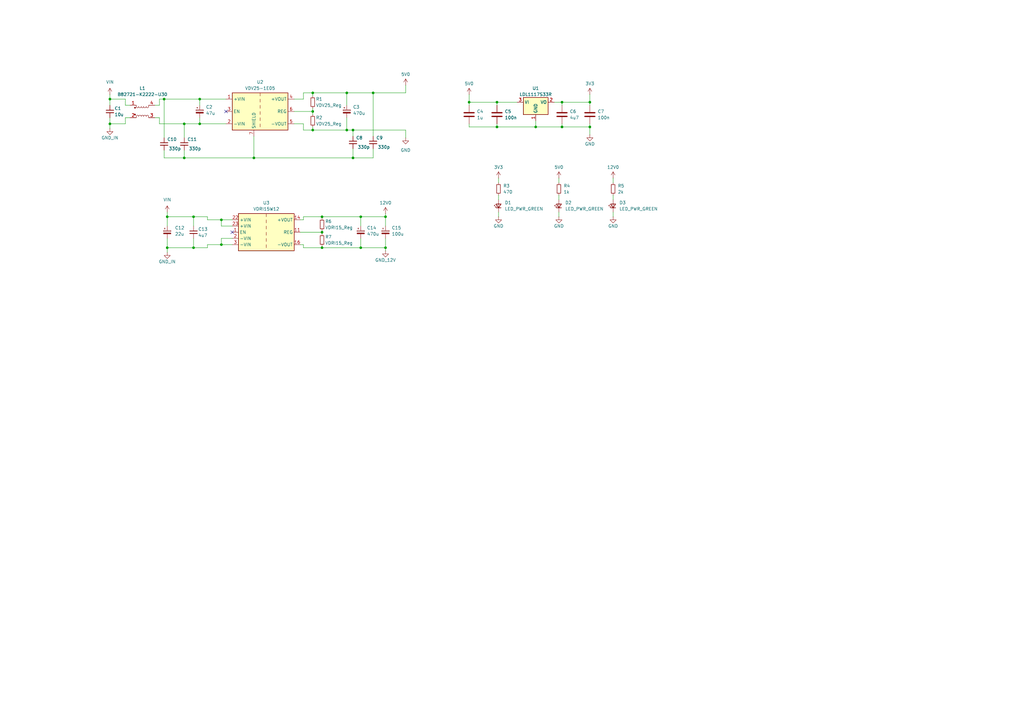
<source format=kicad_sch>
(kicad_sch (version 20231120) (generator "eeschema") (generator_version "8.0")
  (paper "A3")
  (lib_symbols
    (symbol "Device:C" (pin_numbers hide) (pin_names (offset 0.254))
      (property "Reference" "C" (at 0.635 2.54 0))
      (property "Value" "C" (at 0.635 -2.54 0))
      (symbol "C_0_1"
        (polyline (pts (xy -2.032 -0.762) (xy 2.032 -0.762)) (stroke (width 0.508)))
        (polyline (pts (xy -2.032 0.762) (xy 2.032 0.762)) (stroke (width 0.508)))
      )
      (symbol "C_1_1"
        (pin passive line (at 0 3.81 270) (length 2.794) (name "~") (number "1"))
        (pin passive line (at 0 -3.81 90) (length 2.794) (name "~") (number "2"))
      )
    )
    (symbol "Device:C_Polarized_Small" (pin_numbers hide) (pin_names (offset 0.254) hide)
      (property "Reference" "C" (at 0.254 1.778 0))
      (property "Value" "C_Polarized_Small" (at 0.254 -2.032 0))
      (symbol "C_Polarized_Small_0_1"
        (rectangle (start -1.524 -0.3048) (end 1.524 -0.6858) (fill (type outline)))
        (rectangle (start -1.524 0.6858) (end 1.524 0.3048))
        (polyline (pts (xy -1.27 1.524) (xy -0.762 1.524)))
        (polyline (pts (xy -1.016 1.27) (xy -1.016 1.778)))
      )
      (symbol "C_Polarized_Small_1_1"
        (pin passive line (at 0 2.54 270) (length 1.8542) (name "~") (number "1"))
        (pin passive line (at 0 -2.54 90) (length 1.8542) (name "~") (number "2"))
      )
    )
    (symbol "Device:C_Small" (pin_numbers hide) (pin_names (offset 0.254) hide)
      (property "Reference" "C" (at 0.254 1.778 0))
      (property "Value" "C_Small" (at 0.254 -2.032 0))
      (symbol "C_Small_0_1"
        (polyline (pts (xy -1.524 -0.508) (xy 1.524 -0.508)) (stroke (width 0.3302)))
        (polyline (pts (xy -1.524 0.508) (xy 1.524 0.508)) (stroke (width 0.3048)))
      )
      (symbol "C_Small_1_1"
        (pin passive line (at 0 2.54 270) (length 2.032) (name "~") (number "1"))
        (pin passive line (at 0 -2.54 90) (length 2.032) (name "~") (number "2"))
      )
    )
    (symbol "Device:LED_Small" (pin_numbers hide) (pin_names (offset 0.254) hide)
      (property "Reference" "D" (at -1.27 3.175 0))
      (property "Value" "LED_Small" (at -4.445 -2.54 0))
      (symbol "LED_Small_0_1"
        (polyline (pts (xy -0.762 -1.016) (xy -0.762 1.016)) (stroke (width 0.254)))
        (polyline (pts (xy 1.016 0) (xy -0.762 0)))
        (polyline (pts (xy 0.762 -1.016) (xy -0.762 0) (xy 0.762 1.016) (xy 0.762 -1.016)) (stroke (width 0.254)))
        (polyline (pts (xy 0 0.762) (xy -0.508 1.27) (xy -0.254 1.27) (xy -0.508 1.27) (xy -0.508 1.016)))
        (polyline (pts (xy 0.508 1.27) (xy 0 1.778) (xy 0.254 1.778) (xy 0 1.778) (xy 0 1.524)))
      )
      (symbol "LED_Small_1_1"
        (pin passive line (at -2.54 0 0) (length 1.778) (name "K") (number "1"))
        (pin passive line (at 2.54 0 180) (length 1.778) (name "A") (number "2"))
      )
    )
    (symbol "Device:L_Coupled" (pin_names (offset 0.254) hide)
      (property "Reference" "L1" (at 0 8.255 0))
      (property "Value" "B82721-K2222-U30" (at 0 5.715 0))
      (symbol "L_Coupled_0_1"
        (circle (center -3.048 -1.27) (radius 0.254) (fill (type outline)))
        (circle (center -3.048 1.524) (radius 0.254) (fill (type outline)))
        (arc (start -2.54 2.032) (mid -2.032 1.5262) (end -1.524 2.032))
        (arc (start -1.524 -2.032) (mid -2.032 -1.5262) (end -2.54 -2.032))
        (arc (start -1.524 2.032) (mid -1.016 1.5262) (end -0.508 2.032))
        (arc (start -0.508 -2.032) (mid -1.016 -1.5262) (end -1.524 -2.032))
        (arc (start -0.508 2.032) (mid 0 1.5262) (end 0.508 2.032))
        (polyline (pts (xy -2.54 -2.032) (xy -2.54 -2.54)))
        (polyline (pts (xy -2.54 2.032) (xy -2.54 2.54)))
        (polyline (pts (xy 2.54 -2.032) (xy 2.54 -2.54)))
        (polyline (pts (xy 2.54 2.54) (xy 2.54 2.032)))
        (arc (start 0.508 -2.032) (mid 0 -1.5262) (end -0.508 -2.032))
        (arc (start 0.508 2.032) (mid 1.016 1.5262) (end 1.524 2.032))
        (arc (start 1.524 -2.032) (mid 1.016 -1.5262) (end 0.508 -2.032))
        (arc (start 1.524 2.032) (mid 2.032 1.5262) (end 2.54 2.032))
        (arc (start 2.54 -2.032) (mid 2.032 -1.5262) (end 1.524 -2.032))
      )
      (symbol "L_Coupled_1_1"
        (pin passive line (at -5.08 2.54 0) (length 2.54) (name "1") (number "1"))
        (pin passive line (at -5.08 -2.54 0) (length 2.54) (name "2") (number "2"))
        (pin passive line (at 5.08 -2.54 180) (length 2.54) (name "3") (number "3"))
        (pin passive line (at 5.08 2.54 180) (length 2.54) (name "4") (number "4"))
      )
    )
    (symbol "Device:R_Small" (pin_numbers hide) (pin_names (offset 0.254) hide)
      (property "Reference" "R" (at 0.762 0.508 0))
      (property "Value" "R_Small" (at 0.762 -1.016 0))
      (symbol "R_Small_0_1"
        (rectangle (start -0.762 1.778) (end 0.762 -1.778) (stroke (width 0.2032)))
      )
      (symbol "R_Small_1_1"
        (pin passive line (at 0 2.54 270) (length 0.762) (name "~") (number "1"))
        (pin passive line (at 0 -2.54 90) (length 0.762) (name "~") (number "2"))
      )
    )
    (symbol "Regulator_Linear:LD1117S33TR_SOT223"
      (property "Reference" "U" (at -3.81 3.175 0))
      (property "Value" "LD1117S33TR_SOT223" (at 0 3.175 0))
      (symbol "LD1117S33TR_SOT223_0_1"
        (rectangle (start -5.08 -5.08) (end 5.08 1.905) (stroke (width 0.254)) (fill (type background)))
      )
      (symbol "LD1117S33TR_SOT223_1_1"
        (pin power_in line (at 0 -7.62 90) (length 2.54) (name "GND") (number "1"))
        (pin power_out line (at 7.62 0 180) (length 2.54) (name "VO") (number "2"))
        (pin power_in line (at -7.62 0 0) (length 2.54) (name "VI") (number "3"))
      )
    )
    (symbol "TMR-1211_1"
      (property "Reference" "U5" (at 0 12.065 0))
      (property "Value" "VDV25-1E05" (at 0 9.525 0))
      (symbol "TMR-1211_1_0_1"
        (rectangle (start -11.43 7.62) (end 11.43 -7.62) (stroke (width 0.254)) (fill (type background)))
        (polyline (pts (xy 0 -5.08) (xy 0 -6.35)))
        (polyline (pts (xy 0 -2.54) (xy 0 -3.81)))
        (polyline (pts (xy 0 0) (xy 0 -1.27)))
        (polyline (pts (xy 0 2.54) (xy 0 1.27)))
        (polyline (pts (xy 0 5.08) (xy 0 3.81)))
        (polyline (pts (xy 0 7.62) (xy 0 6.35)))
      )
      (symbol "TMR-1211_1_1_1"
        (pin power_in line (at -13.97 5.08 0) (length 2.54) (name "+VIN") (number "1"))
        (pin power_in line (at -13.97 -5.08 0) (length 2.54) (name "-VIN") (number "2"))
        (pin power_out line (at -13.97 0 0) (length 2.54) (name "EN") (number "3"))
        (pin power_out line (at 13.97 5.08 180) (length 2.54) (name "+VOUT") (number "4"))
        (pin power_out line (at 13.97 -5.08 180) (length 2.54) (name "-VOUT") (number "5"))
        (pin power_out line (at 13.97 0 180) (length 2.54) (name "REG") (number "6"))
        (pin bidirectional line (at -2.54 -10.16 90) (length 2.54) (name "SHIELD") (number "7"))
      )
    )
    (symbol "TMR-1211_2"
      (property "Reference" "U9" (at 0 12.065 0))
      (property "Value" "VDRI15W12" (at 0 9.525 0))
      (symbol "TMR-1211_2_0_1"
        (rectangle (start -11.43 7.62) (end 11.43 -7.62) (stroke (width 0.254)) (fill (type background)))
        (polyline (pts (xy 0 -5.08) (xy 0 -6.35)))
        (polyline (pts (xy 0 -2.54) (xy 0 -3.81)))
        (polyline (pts (xy 0 0) (xy 0 -1.27)))
        (polyline (pts (xy 0 2.54) (xy 0 1.27)))
        (polyline (pts (xy 0 5.08) (xy 0 3.81)))
        (polyline (pts (xy 0 7.62) (xy 0 6.35)))
      )
      (symbol "TMR-1211_2_1_1"
        (pin power_out line (at -13.97 0 0) (length 2.54) (name "EN") (number "1"))
        (pin power_out line (at 13.97 0 180) (length 2.54) (name "REG") (number "11"))
        (pin power_out line (at 13.97 5.08 180) (length 2.54) (name "+VOUT") (number "14"))
        (pin power_out line (at 13.97 -5.08 180) (length 2.54) (name "-VOUT") (number "16"))
        (pin power_in line (at -13.97 -2.54 0) (length 2.54) (name "-VIN") (number "2"))
        (pin power_in line (at -13.97 5.08 0) (length 2.54) (name "+VIN") (number "22"))
        (pin power_in line (at -13.97 2.54 0) (length 2.54) (name "+VIN") (number "23"))
        (pin power_in line (at -13.97 -5.08 0) (length 2.54) (name "-VIN") (number "3"))
      )
    )
    (symbol "power:+12V" (power) (pin_numbers hide) (pin_names (offset 0) hide)
      (property "Value" "+12V" (at 0 3.556 0))
      (symbol "+12V_0_1"
        (polyline (pts (xy -0.762 1.27) (xy 0 2.54)))
        (polyline (pts (xy 0 0) (xy 0 2.54)))
        (polyline (pts (xy 0 2.54) (xy 0.762 1.27)))
      )
      (symbol "+12V_1_1"
        (pin power_in line (at 0 0 90) (length 0) (name "~") (number "1"))
      )
    )
    (symbol "power:+5V" (power) (pin_numbers hide) (pin_names (offset 0) hide)
      (property "Value" "+5V" (at 0 3.556 0))
      (symbol "+5V_0_1"
        (polyline (pts (xy -0.762 1.27) (xy 0 2.54)))
        (polyline (pts (xy 0 0) (xy 0 2.54)))
        (polyline (pts (xy 0 2.54) (xy 0.762 1.27)))
      )
      (symbol "+5V_1_1"
        (pin power_in line (at 0 0 90) (length 0) (name "~") (number "1"))
      )
    )
    (symbol "power:GND" (power) (pin_numbers hide) (pin_names (offset 0) hide)
      (property "Value" "GND" (at 0 -3.81 0))
      (symbol "GND_0_1"
        (polyline (pts (xy 0 0) (xy 0 -1.27) (xy 1.27 -1.27) (xy 0 -2.54) (xy -1.27 -1.27) (xy 0 -1.27)))
      )
      (symbol "GND_1_1"
        (pin power_in line (at 0 0 270) (length 0) (name "~") (number "1"))
      )
    )
    (symbol "power:VAA" (power) (pin_numbers hide) (pin_names (offset 0) hide)
      (property "Value" "VAA" (at 0 3.556 0))
      (symbol "VAA_0_1"
        (polyline (pts (xy -0.762 1.27) (xy 0 2.54)))
        (polyline (pts (xy 0 0) (xy 0 2.54)))
        (polyline (pts (xy 0 2.54) (xy 0.762 1.27)))
      )
      (symbol "VAA_1_1"
        (pin power_in line (at 0 0 90) (length 0) (name "~") (number "1"))
      )
    )
  )
  (junction (at 230.505 52.07))
  (junction (at 67.31 40.64))
  (junction (at 219.71 52.07))
  (junction (at 128.27 38.1))
  (junction (at 128.27 53.34))
  (junction (at 104.14 64.77))
  (junction (at 203.835 41.91))
  (junction (at 79.375 101.6))
  (junction (at 147.955 101.6))
  (junction (at 144.78 53.34))
  (junction (at 45.085 50.8))
  (junction (at 203.835 52.07))
  (junction (at 90.805 100.33))
  (junction (at 158.115 88.9))
  (junction (at 132.08 95.25))
  (junction (at 142.24 53.34))
  (junction (at 75.565 50.8))
  (junction (at 158.115 101.6))
  (junction (at 144.78 64.77))
  (junction (at 241.935 41.91))
  (junction (at 68.58 101.6))
  (junction (at 81.915 50.8))
  (junction (at 68.58 88.9))
  (junction (at 81.915 40.64))
  (junction (at 132.08 88.9))
  (junction (at 132.08 101.6))
  (junction (at 45.085 40.64))
  (junction (at 153.035 38.1))
  (junction (at 192.405 41.91))
  (junction (at 142.24 38.1))
  (junction (at 241.935 52.07))
  (junction (at 128.27 45.72))
  (junction (at 75.565 64.77))
  (junction (at 79.375 88.9))
  (junction (at 230.505 41.91))
  (junction (at 90.805 90.17))
  (junction (at 147.955 88.9))
  (no_connect (at 92.71 45.72))
  (no_connect (at 95.25 95.25))
  (wire (pts (xy 90.805 92.71) (xy 90.805 90.17)))
  (wire (pts (xy 124.46 100.33) (xy 123.19 100.33)))
  (wire (pts (xy 68.58 101.6) (xy 79.375 101.6)))
  (wire (pts (xy 45.085 48.26) (xy 45.085 50.8)))
  (wire (pts (xy 95.25 92.71) (xy 90.805 92.71)))
  (wire (pts (xy 81.915 50.8) (xy 92.71 50.8)))
  (wire (pts (xy 124.46 50.8) (xy 124.46 53.34)))
  (wire (pts (xy 142.24 38.1) (xy 153.035 38.1)))
  (wire (pts (xy 158.115 101.6) (xy 158.115 102.87)))
  (wire (pts (xy 90.805 97.79) (xy 95.25 97.79)))
  (wire (pts (xy 147.955 97.79) (xy 147.955 101.6)))
  (wire (pts (xy 158.115 88.9) (xy 158.115 92.71)))
  (wire (pts (xy 144.78 64.77) (xy 153.035 64.77)))
  (wire (pts (xy 128.27 46.99) (xy 128.27 45.72)))
  (wire (pts (xy 85.09 88.9) (xy 85.09 90.17)))
  (wire (pts (xy 123.19 95.25) (xy 132.08 95.25)))
  (wire (pts (xy 85.09 90.17) (xy 90.805 90.17)))
  (wire (pts (xy 128.27 38.1) (xy 142.24 38.1)))
  (wire (pts (xy 230.505 41.91) (xy 241.935 41.91)))
  (wire (pts (xy 124.46 38.1) (xy 124.46 40.64)))
  (wire (pts (xy 153.035 38.1) (xy 166.37 38.1)))
  (wire (pts (xy 158.115 101.6) (xy 147.955 101.6)))
  (wire (pts (xy 53.34 48.26) (xy 51.435 48.26)))
  (wire (pts (xy 68.58 88.9) (xy 79.375 88.9)))
  (wire (pts (xy 132.08 95.885) (xy 132.08 95.25)))
  (wire (pts (xy 51.435 43.18) (xy 51.435 40.64)))
  (wire (pts (xy 124.46 40.64) (xy 120.65 40.64)))
  (wire (pts (xy 153.035 64.77) (xy 153.035 60.96)))
  (wire (pts (xy 204.47 73.025) (xy 204.47 74.93)))
  (wire (pts (xy 85.09 100.33) (xy 90.805 100.33)))
  (wire (pts (xy 203.835 41.91) (xy 203.835 43.18)))
  (wire (pts (xy 128.27 44.45) (xy 128.27 45.72)))
  (wire (pts (xy 128.27 52.07) (xy 128.27 53.34)))
  (wire (pts (xy 68.58 86.995) (xy 68.58 88.9)))
  (wire (pts (xy 75.565 50.8) (xy 75.565 56.515)))
  (wire (pts (xy 128.27 38.1) (xy 128.27 39.37)))
  (wire (pts (xy 219.71 52.07) (xy 219.71 49.53)))
  (wire (pts (xy 45.085 52.705) (xy 45.085 50.8)))
  (wire (pts (xy 203.835 41.91) (xy 212.09 41.91)))
  (wire (pts (xy 65.405 40.64) (xy 67.31 40.64)))
  (wire (pts (xy 142.24 38.1) (xy 142.24 43.18)))
  (wire (pts (xy 192.405 52.07) (xy 203.835 52.07)))
  (wire (pts (xy 75.565 64.77) (xy 104.14 64.77)))
  (wire (pts (xy 204.47 80.01) (xy 204.47 81.915)))
  (wire (pts (xy 90.805 90.17) (xy 95.25 90.17)))
  (wire (pts (xy 104.14 64.77) (xy 144.78 64.77)))
  (wire (pts (xy 229.235 80.01) (xy 229.235 81.915)))
  (wire (pts (xy 251.46 73.025) (xy 251.46 74.93)))
  (wire (pts (xy 85.09 101.6) (xy 85.09 100.33)))
  (wire (pts (xy 67.31 61.595) (xy 67.31 64.77)))
  (wire (pts (xy 120.65 45.72) (xy 128.27 45.72)))
  (wire (pts (xy 79.375 101.6) (xy 79.375 97.79)))
  (wire (pts (xy 79.375 88.9) (xy 85.09 88.9)))
  (wire (pts (xy 53.34 43.18) (xy 51.435 43.18)))
  (wire (pts (xy 75.565 50.8) (xy 81.915 50.8)))
  (wire (pts (xy 132.08 88.9) (xy 147.955 88.9)))
  (wire (pts (xy 192.405 52.07) (xy 192.405 50.8)))
  (wire (pts (xy 65.405 43.18) (xy 65.405 40.64)))
  (wire (pts (xy 229.235 73.025) (xy 229.235 74.93)))
  (wire (pts (xy 241.935 41.91) (xy 241.935 43.18)))
  (wire (pts (xy 192.405 38.735) (xy 192.405 41.91)))
  (wire (pts (xy 241.935 38.735) (xy 241.935 41.91)))
  (wire (pts (xy 68.58 101.6) (xy 68.58 97.79)))
  (wire (pts (xy 75.565 61.595) (xy 75.565 64.77)))
  (wire (pts (xy 230.505 52.07) (xy 230.505 50.8)))
  (wire (pts (xy 104.14 55.88) (xy 104.14 64.77)))
  (wire (pts (xy 192.405 41.91) (xy 203.835 41.91)))
  (wire (pts (xy 81.915 40.64) (xy 81.915 43.18)))
  (wire (pts (xy 132.08 94.615) (xy 132.08 95.25)))
  (wire (pts (xy 124.46 88.9) (xy 124.46 90.17)))
  (wire (pts (xy 120.65 50.8) (xy 124.46 50.8)))
  (wire (pts (xy 81.915 48.26) (xy 81.915 50.8)))
  (wire (pts (xy 95.25 100.33) (xy 90.805 100.33)))
  (wire (pts (xy 142.24 53.34) (xy 144.78 53.34)))
  (wire (pts (xy 230.505 52.07) (xy 241.935 52.07)))
  (wire (pts (xy 132.08 101.6) (xy 132.08 100.965)))
  (wire (pts (xy 65.405 50.8) (xy 75.565 50.8)))
  (wire (pts (xy 144.78 53.34) (xy 166.37 53.34)))
  (wire (pts (xy 132.08 101.6) (xy 147.955 101.6)))
  (wire (pts (xy 241.935 55.245) (xy 241.935 52.07)))
  (wire (pts (xy 90.805 100.33) (xy 90.805 97.79)))
  (wire (pts (xy 203.835 52.07) (xy 219.71 52.07)))
  (wire (pts (xy 158.115 87.63) (xy 158.115 88.9)))
  (wire (pts (xy 63.5 43.18) (xy 65.405 43.18)))
  (wire (pts (xy 128.27 38.1) (xy 124.46 38.1)))
  (wire (pts (xy 45.085 40.64) (xy 51.435 40.64)))
  (wire (pts (xy 67.31 40.64) (xy 81.915 40.64)))
  (wire (pts (xy 45.085 50.8) (xy 51.435 50.8)))
  (wire (pts (xy 166.37 34.925) (xy 166.37 38.1)))
  (wire (pts (xy 67.31 40.64) (xy 67.31 56.515)))
  (wire (pts (xy 68.58 88.9) (xy 68.58 92.71)))
  (wire (pts (xy 229.235 86.995) (xy 229.235 88.9)))
  (wire (pts (xy 124.46 53.34) (xy 128.27 53.34)))
  (wire (pts (xy 144.78 53.34) (xy 144.78 55.88)))
  (wire (pts (xy 166.37 53.34) (xy 166.37 56.515)))
  (wire (pts (xy 241.935 50.8) (xy 241.935 52.07)))
  (wire (pts (xy 65.405 48.26) (xy 65.405 50.8)))
  (wire (pts (xy 67.31 64.77) (xy 75.565 64.77)))
  (wire (pts (xy 124.46 101.6) (xy 124.46 100.33)))
  (wire (pts (xy 79.375 88.9) (xy 79.375 92.71)))
  (wire (pts (xy 204.47 86.995) (xy 204.47 88.9)))
  (wire (pts (xy 147.955 88.9) (xy 158.115 88.9)))
  (wire (pts (xy 63.5 48.26) (xy 65.405 48.26)))
  (wire (pts (xy 144.78 64.77) (xy 144.78 60.96)))
  (wire (pts (xy 251.46 86.995) (xy 251.46 88.9)))
  (wire (pts (xy 158.115 97.79) (xy 158.115 101.6)))
  (wire (pts (xy 230.505 41.91) (xy 230.505 43.18)))
  (wire (pts (xy 203.835 50.8) (xy 203.835 52.07)))
  (wire (pts (xy 132.08 88.9) (xy 132.08 89.535)))
  (wire (pts (xy 153.035 38.1) (xy 153.035 55.88)))
  (wire (pts (xy 124.46 88.9) (xy 132.08 88.9)))
  (wire (pts (xy 68.58 103.505) (xy 68.58 101.6)))
  (wire (pts (xy 227.33 41.91) (xy 230.505 41.91)))
  (wire (pts (xy 81.915 40.64) (xy 92.71 40.64)))
  (wire (pts (xy 45.085 40.64) (xy 45.085 43.18)))
  (wire (pts (xy 124.46 90.17) (xy 123.19 90.17)))
  (wire (pts (xy 219.71 52.07) (xy 230.505 52.07)))
  (wire (pts (xy 124.46 101.6) (xy 132.08 101.6)))
  (wire (pts (xy 79.375 101.6) (xy 85.09 101.6)))
  (wire (pts (xy 147.955 88.9) (xy 147.955 92.71)))
  (wire (pts (xy 142.24 53.34) (xy 128.27 53.34)))
  (wire (pts (xy 51.435 48.26) (xy 51.435 50.8)))
  (wire (pts (xy 192.405 41.91) (xy 192.405 43.18)))
  (wire (pts (xy 251.46 80.01) (xy 251.46 81.915)))
  (wire (pts (xy 45.085 38.735) (xy 45.085 40.64)))
  (wire (pts (xy 142.24 48.26) (xy 142.24 53.34)))
  (symbol (lib_id "Device:C_Polarized_Small") (at 147.955 95.25 0) (unit 1)
    (property "Reference" "C14" (at 150.495 93.4338 0) (effects (justify left)))
    (property "Value" "470u" (at 150.495 95.9738 0) (effects (justify left)))
    (property "Description" "Polarized capacitor, small symbol" (effects (hide yes)))
  )
  (symbol (lib_id "Device:LED_Small") (at 251.46 84.455 90) (unit 1)
    (property "Reference" "D3" (at 254 83.1214 90) (effects (justify right)))
    (property "Value" "LED_PWR_GREEN" (at 254 85.6614 90) (effects (justify right)))
    (property "Description" "Light emitting diode, small symbol" (effects (hide yes)))
  )
  (symbol (lib_id "power:GND") (at 166.37 56.515 0) (unit 1)
    (property "Reference" "#PWR07" (effects (hide yes)))
    (property "Value" "GND" (at 166.37 61.595 0))
    (property "Description" "Power symbol creates a global label with name \"GND\" , ground" (effects (hide yes)))
  )
  (symbol (lib_id "Device:C_Small") (at 45.085 45.72 0) (unit 1)
    (property "Reference" "C1" (at 46.99 44.45 0) (effects (justify left)))
    (property "Value" "10u" (at 46.99 46.99 0) (effects (justify left)))
    (property "Description" "Unpolarized capacitor, small symbol" (effects (hide yes)))
  )
  (symbol (lib_id "Device:C") (at 230.505 46.99 0) (unit 1)
    (property "Reference" "C6" (at 233.68 45.72 0) (effects (justify left)))
    (property "Value" "4u7" (at 233.68 48.26 0) (effects (justify left)))
    (property "Ссылка" "https://www.chipdip.ru/product/grm21br61e475ka12l" (effects (hide yes)))
    (property "Цена" "13" (effects (hide yes)))
    (property "Человекопонятное название" "Конденсатор 4.7мкФ" (effects (hide yes)))
  )
  (symbol (lib_id "Device:C_Polarized_Small") (at 142.24 45.72 0) (unit 1)
    (property "Reference" "C3" (at 144.78 43.9038 0) (effects (justify left)))
    (property "Value" "470u" (at 144.78 46.4438 0) (effects (justify left)))
    (property "Description" "Polarized capacitor, small symbol" (effects (hide yes)))
  )
  (symbol (lib_id "Device:C_Small") (at 153.035 58.42 0) (unit 1)
    (property "Reference" "C9" (at 154.305 56.515 0) (effects (justify left)))
    (property "Value" "330p" (at 154.94 60.325 0) (effects (justify left)))
    (property "Description" "Unpolarized capacitor, small symbol" (effects (hide yes)))
  )
  (symbol (lib_id "power:GND") (at 204.47 88.9 0) (unit 1)
    (property "Reference" "#PWR013" (effects (hide yes)))
    (property "Value" "GND" (at 204.47 92.71 0))
    (property "Description" "Power symbol creates a global label with name \"GND\" , ground" (effects (hide yes)))
  )
  (symbol (lib_id "power:+12V") (at 158.115 87.63 0) (unit 1)
    (property "Reference" "#PWR012" (effects (hide yes)))
    (property "Value" "12V0" (at 158.115 83.185 0))
    (property "Description" "Power symbol creates a global label with name \"+12V\"" (effects (hide yes)))
  )
  (symbol (lib_id "Regulator_Linear:LD1117S33TR_SOT223") (at 219.71 41.91 0) (unit 1)
    (property "Reference" "U1" (at 219.71 36.195 0))
    (property "Value" "LDL1117S33R" (at 219.71 38.735 0))
    (property "Datasheet" "http://www.st.com/st-web-ui/static/active/en/resource/technical/document/datasheet/CD00000544.pdf" (effects (hide yes)))
    (property "Ссылка" "https://www.chipdip.ru/product/ldl1117s33r-stm" (effects (hide yes)))
    (property "Цена" "33" (effects (hide yes)))
    (property "Человекопонятное название" "LDO-стабилизатор напряжения" (effects (hide yes)))
  )
  (symbol (lib_id "Device:LED_Small") (at 204.47 84.455 90) (unit 1)
    (property "Reference" "D1" (at 207.01 83.1214 90) (effects (justify right)))
    (property "Value" "LED_PWR_GREEN" (at 207.01 85.6614 90) (effects (justify right)))
    (property "Description" "Light emitting diode, small symbol" (effects (hide yes)))
  )
  (symbol (lib_id "power:GND") (at 158.115 102.87 0) (unit 1)
    (property "Reference" "#PWR016" (effects (hide yes)))
    (property "Value" "GND_12V" (at 158.115 106.68 0))
    (property "Description" "Power symbol creates a global label with name \"GND\" , ground" (effects (hide yes)))
  )
  (symbol (lib_id "Device:C") (at 192.405 46.99 0) (unit 1)
    (property "Reference" "C4" (at 195.58 45.72 0) (effects (justify left)))
    (property "Value" "1u" (at 195.58 48.26 0) (effects (justify left)))
    (property "Ссылка" "https://www.chipdip.ru/product/grm21br61e475ka12l" (effects (hide yes)))
    (property "Цена" "13" (effects (hide yes)))
    (property "Человекопонятное название" "Конденсатор 4.7мкФ" (effects (hide yes)))
  )
  (symbol (lib_id "Device:L_Coupled") (at 58.42 45.72 0) (unit 1)
    (property "Reference" "L1" (at 58.42 36.195 0))
    (property "Value" "B82721-K2222-U30" (at 58.42 38.735 0))
    (property "Ссылка" "https://www.chipdip.ru/product/b82721-k2222-u30-2x1000" (effects (hide yes)))
    (property "Цена" "380" (effects (hide yes)))
    (property "Человекопонятное название" "Дроссель подавления ЭМП" (effects (hide yes)))
  )
  (symbol (lib_id "power:GND") (at 251.46 88.9 0) (unit 1)
    (property "Reference" "#PWR015" (effects (hide yes)))
    (property "Value" "GND" (at 251.46 92.71 0))
    (property "Description" "Power symbol creates a global label with name \"GND\" , ground" (effects (hide yes)))
  )
  (symbol (lib_id "power:VAA") (at 45.085 38.735 0) (unit 1)
    (property "Reference" "#PWR02" (effects (hide yes)))
    (property "Value" "VIN" (at 45.085 33.655 0))
    (property "Description" "Power symbol creates a global label with name \"VAA\"" (effects (hide yes)))
  )
  (symbol (lib_id "Device:R_Small") (at 132.08 92.075 0) (unit 1)
    (property "Reference" "R6" (at 133.35 90.805 0) (effects (justify left)))
    (property "Value" "VDRI15_Reg" (at 133.35 93.345 0) (effects (justify left)))
    (property "Description" "Resistor, small symbol" (effects (hide yes)))
  )
  (symbol (lib_id "power:GND") (at 45.085 52.705 0) (unit 1)
    (property "Reference" "#PWR05" (effects (hide yes)))
    (property "Value" "GND_IN" (at 45.085 56.515 0))
    (property "Description" "Power symbol creates a global label with name \"GND\" , ground" (effects (hide yes)))
  )
  (symbol (lib_id "Device:LED_Small") (at 229.235 84.455 90) (unit 1)
    (property "Reference" "D2" (at 231.775 83.1214 90) (effects (justify right)))
    (property "Value" "LED_PWR_GREEN" (at 231.775 85.6614 90) (effects (justify right)))
    (property "Description" "Light emitting diode, small symbol" (effects (hide yes)))
  )
  (symbol (lib_id "Device:R_Small") (at 128.27 41.91 0) (unit 1)
    (property "Reference" "R1" (at 129.54 40.64 0) (effects (justify left)))
    (property "Value" "VDV25_Reg" (at 129.54 43.18 0) (effects (justify left)))
    (property "Description" "Resistor, small symbol" (effects (hide yes)))
  )
  (symbol (lib_id "Device:C_Small") (at 144.78 58.42 0) (unit 1)
    (property "Reference" "C8" (at 146.05 56.515 0) (effects (justify left)))
    (property "Value" "330p" (at 146.685 60.325 0) (effects (justify left)))
    (property "Description" "Unpolarized capacitor, small symbol" (effects (hide yes)))
  )
  (symbol (lib_id "Device:C_Polarized_Small") (at 158.115 95.25 0) (unit 1)
    (property "Reference" "C15" (at 160.655 93.4338 0) (effects (justify left)))
    (property "Value" "100u" (at 160.655 95.9738 0) (effects (justify left)))
    (property "Description" "Polarized capacitor, small symbol" (effects (hide yes)))
  )
  (symbol (lib_id "power:GND") (at 229.235 88.9 0) (unit 1)
    (property "Reference" "#PWR014" (effects (hide yes)))
    (property "Value" "GND" (at 229.235 92.71 0))
    (property "Description" "Power symbol creates a global label with name \"GND\" , ground" (effects (hide yes)))
  )
  (symbol (lib_id "power:GND") (at 68.58 103.505 0) (unit 1)
    (property "Reference" "#PWR017" (effects (hide yes)))
    (property "Value" "GND_IN" (at 68.58 107.315 0))
    (property "Description" "Power symbol creates a global label with name \"GND\" , ground" (effects (hide yes)))
  )
  (symbol (lib_id "power:+5V") (at 204.47 73.025 0) (unit 1)
    (property "Reference" "#PWR08" (effects (hide yes)))
    (property "Value" "3V3" (at 204.47 68.58 0))
    (property "Description" "Power symbol creates a global label with name \"+5V\"" (effects (hide yes)))
  )
  (symbol (lib_id "Device:C_Small") (at 75.565 59.055 0) (unit 1)
    (property "Reference" "C11" (at 76.835 57.15 0) (effects (justify left)))
    (property "Value" "330p" (at 77.47 60.96 0) (effects (justify left)))
    (property "Description" "Unpolarized capacitor, small symbol" (effects (hide yes)))
  )
  (symbol (lib_id "power:+12V") (at 251.46 73.025 0) (unit 1)
    (property "Reference" "#PWR010" (effects (hide yes)))
    (property "Value" "12V0" (at 251.46 68.58 0))
    (property "Description" "Power symbol creates a global label with name \"+12V\"" (effects (hide yes)))
  )
  (symbol (lib_id "Device:C") (at 203.835 46.99 0) (unit 1)
    (property "Reference" "C5" (at 207.01 45.72 0) (effects (justify left)))
    (property "Value" "100n" (at 207.01 48.26 0) (effects (justify left)))
    (property "Ссылка" "https://www.chipdip.ru/product/grm21br71h104k" (effects (hide yes)))
    (property "Цена" "13" (effects (hide yes)))
    (property "Человекопонятное название" "Конденсатор 100нФ" (effects (hide yes)))
  )
  (symbol (lib_id "power:+5V") (at 192.405 38.735 0) (unit 1)
    (property "Reference" "#PWR03" (effects (hide yes)))
    (property "Value" "5V0" (at 192.405 34.29 0))
    (property "Description" "Power symbol creates a global label with name \"+5V\"" (effects (hide yes)))
  )
  (symbol (lib_name "TMR-1211_2") (lib_id "Converter_DCDC:TMR-1211") (at 109.22 95.25 0) (unit 1)
    (property "Reference" "U3" (at 109.22 83.185 0))
    (property "Value" "VDRI15W12" (at 109.22 85.725 0))
    (property "Datasheet" "https://support.voltbricks.ru/datasheets/VDRI25.pdf?1711439314" (effects (hide yes)))
  )
  (symbol (lib_id "Device:C_Small") (at 79.375 95.25 0) (unit 1)
    (property "Reference" "C13" (at 81.28 93.98 0) (effects (justify left)))
    (property "Value" "4u7" (at 81.28 96.52 0) (effects (justify left)))
    (property "Description" "Unpolarized capacitor, small symbol" (effects (hide yes)))
  )
  (symbol (lib_name "TMR-1211_1") (lib_id "Converter_DCDC:TMR-1211") (at 106.68 45.72 0) (unit 1)
    (property "Reference" "U2" (at 106.68 33.655 0))
    (property "Value" "VDV25-1E05" (at 106.68 36.195 0))
  )
  (symbol (lib_id "Device:C_Small") (at 67.31 59.055 0) (unit 1)
    (property "Reference" "C10" (at 68.58 57.15 0) (effects (justify left)))
    (property "Value" "330p" (at 69.215 60.96 0) (effects (justify left)))
    (property "Description" "Unpolarized capacitor, small symbol" (effects (hide yes)))
  )
  (symbol (lib_id "Device:R_Small") (at 128.27 49.53 0) (unit 1)
    (property "Reference" "R2" (at 129.54 48.26 0) (effects (justify left)))
    (property "Value" "VDV25_Reg" (at 129.54 50.8 0) (effects (justify left)))
    (property "Description" "Resistor, small symbol" (effects (hide yes)))
  )
  (symbol (lib_id "power:VAA") (at 68.58 86.995 0) (unit 1)
    (property "Reference" "#PWR011" (effects (hide yes)))
    (property "Value" "VIN" (at 68.58 81.915 0))
    (property "Description" "Power symbol creates a global label with name \"VAA\"" (effects (hide yes)))
  )
  (symbol (lib_id "power:+5V") (at 166.37 34.925 0) (unit 1)
    (property "Reference" "#PWR01" (effects (hide yes)))
    (property "Value" "5V0" (at 166.37 30.48 0))
    (property "Description" "Power symbol creates a global label with name \"+5V\"" (effects (hide yes)))
  )
  (symbol (lib_id "power:+5V") (at 229.235 73.025 0) (unit 1)
    (property "Reference" "#PWR09" (effects (hide yes)))
    (property "Value" "5V0" (at 229.235 68.58 0))
    (property "Description" "Power symbol creates a global label with name \"+5V\"" (effects (hide yes)))
  )
  (symbol (lib_id "Device:C_Polarized_Small") (at 68.58 95.25 0) (unit 1)
    (property "Reference" "C12" (at 71.755 93.4338 0) (effects (justify left)))
    (property "Value" "22u" (at 71.755 95.9738 0) (effects (justify left)))
    (property "Description" "Polarized capacitor, small symbol" (effects (hide yes)))
  )
  (symbol (lib_id "power:+5V") (at 241.935 38.735 0) (unit 1)
    (property "Reference" "#PWR04" (effects (hide yes)))
    (property "Value" "3V3" (at 241.935 34.29 0))
    (property "Description" "Power symbol creates a global label with name \"+5V\"" (effects (hide yes)))
  )
  (symbol (lib_id "Device:R_Small") (at 251.46 77.47 0) (unit 1)
    (property "Reference" "R5" (at 253.365 76.2 0) (effects (justify left)))
    (property "Value" "2k" (at 253.365 78.74 0) (effects (justify left)))
    (property "Description" "Resistor, small symbol" (effects (hide yes)))
  )
  (symbol (lib_id "Device:R_Small") (at 132.08 98.425 0) (unit 1)
    (property "Reference" "R7" (at 133.35 97.155 0) (effects (justify left)))
    (property "Value" "VDRI15_Reg" (at 133.35 99.695 0) (effects (justify left)))
    (property "Description" "Resistor, small symbol" (effects (hide yes)))
  )
  (symbol (lib_id "Device:R_Small") (at 229.235 77.47 0) (unit 1)
    (property "Reference" "R4" (at 231.14 76.2 0) (effects (justify left)))
    (property "Value" "1k" (at 231.14 78.74 0) (effects (justify left)))
    (property "Description" "Resistor, small symbol" (effects (hide yes)))
  )
  (symbol (lib_id "Device:C") (at 241.935 46.99 0) (unit 1)
    (property "Reference" "C7" (at 245.11 45.72 0) (effects (justify left)))
    (property "Value" "100n" (at 245.11 48.26 0) (effects (justify left)))
    (property "Ссылка" "https://www.chipdip.ru/product/grm21br71h104k" (effects (hide yes)))
    (property "Цена" "13" (effects (hide yes)))
    (property "Человекопонятное название" "Конденсатор 100нФ" (effects (hide yes)))
  )
  (symbol (lib_id "Device:R_Small") (at 204.47 77.47 0) (unit 1)
    (property "Reference" "R3" (at 206.375 76.2 0) (effects (justify left)))
    (property "Value" "470" (at 206.375 78.74 0) (effects (justify left)))
    (property "Description" "Resistor, small symbol" (effects (hide yes)))
  )
  (symbol (lib_id "power:GND") (at 241.935 55.245 0) (unit 1)
    (property "Reference" "#PWR06" (effects (hide yes)))
    (property "Value" "GND" (at 241.935 59.055 0))
  )
  (symbol (lib_id "Device:C_Polarized_Small") (at 81.915 45.72 0) (unit 1)
    (property "Reference" "C2" (at 84.455 43.9038 0) (effects (justify left)))
    (property "Value" "47u" (at 84.455 46.4438 0) (effects (justify left)))
    (property "Description" "Polarized capacitor, small symbol" (effects (hide yes)))
  )
)
</source>
